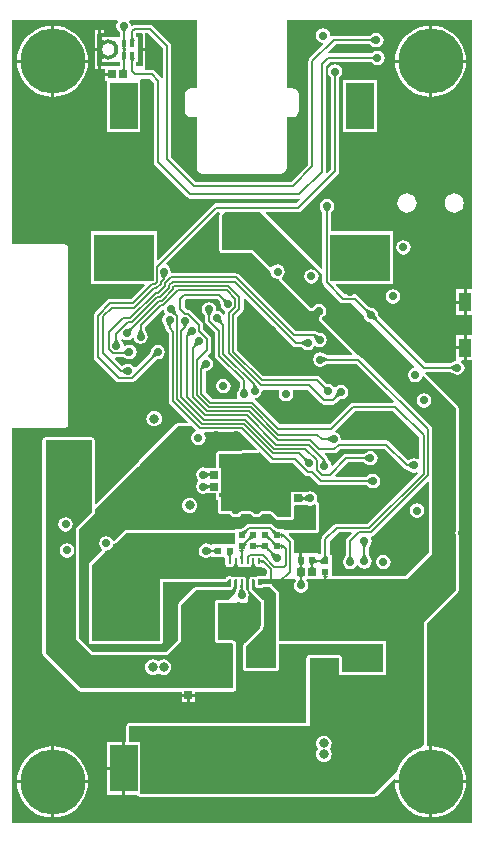
<source format=gbl>
G04*
G04 #@! TF.GenerationSoftware,Altium Limited,Altium Designer,18.1.7 (191)*
G04*
G04 Layer_Physical_Order=4*
G04 Layer_Color=16711680*
%FSLAX25Y25*%
%MOIN*%
G70*
G01*
G75*
%ADD13C,0.00600*%
%ADD19R,0.05709X0.05118*%
%ADD20R,0.02362X0.02165*%
%ADD24R,0.05118X0.07087*%
%ADD31R,0.02165X0.02362*%
%ADD35R,0.04134X0.06496*%
%ADD38R,0.02520X0.02520*%
%ADD40R,0.02520X0.02520*%
%ADD96C,0.00800*%
%ADD99C,0.21654*%
%ADD100C,0.02756*%
%ADD101C,0.02772*%
%ADD102C,0.03150*%
%ADD103C,0.01181*%
%ADD104R,0.01575X0.02362*%
%ADD105R,0.01181X0.11024*%
%ADD106R,0.20000X0.15590*%
%ADD107R,0.09213X0.15590*%
G04:AMPARAMS|DCode=108|XSize=9.84mil|YSize=19.68mil|CornerRadius=1.48mil|HoleSize=0mil|Usage=FLASHONLY|Rotation=0.000|XOffset=0mil|YOffset=0mil|HoleType=Round|Shape=RoundedRectangle|*
%AMROUNDEDRECTD108*
21,1,0.00984,0.01673,0,0,0.0*
21,1,0.00689,0.01968,0,0,0.0*
1,1,0.00295,0.00345,-0.00837*
1,1,0.00295,-0.00345,-0.00837*
1,1,0.00295,-0.00345,0.00837*
1,1,0.00295,0.00345,0.00837*
%
%ADD108ROUNDEDRECTD108*%
G04:AMPARAMS|DCode=109|XSize=78.74mil|YSize=35.43mil|CornerRadius=1.77mil|HoleSize=0mil|Usage=FLASHONLY|Rotation=0.000|XOffset=0mil|YOffset=0mil|HoleType=Round|Shape=RoundedRectangle|*
%AMROUNDEDRECTD109*
21,1,0.07874,0.03189,0,0,0.0*
21,1,0.07520,0.03543,0,0,0.0*
1,1,0.00354,0.03760,-0.01595*
1,1,0.00354,-0.03760,-0.01595*
1,1,0.00354,-0.03760,0.01595*
1,1,0.00354,0.03760,0.01595*
%
%ADD109ROUNDEDRECTD109*%
%ADD110R,0.05866X0.07165*%
G36*
X39867Y265604D02*
X39267Y265515D01*
X38556Y266604D01*
X40465Y266880D01*
X39867Y265604D01*
D02*
G37*
G36*
X43098Y262783D02*
X41547D01*
X41923Y263583D01*
X42723D01*
X43098Y262783D01*
D02*
G37*
G36*
X40167D02*
X38967D01*
X39267Y263383D01*
X39867D01*
X40167Y262783D01*
D02*
G37*
G36*
X122638Y262028D02*
X121477Y262592D01*
Y263392D01*
X122638Y263957D01*
Y262028D01*
D02*
G37*
G36*
X40060Y259842D02*
X40342Y259240D01*
X38791D01*
X39074Y259842D01*
X38791Y260445D01*
X40342D01*
X40060Y259842D01*
D02*
G37*
G36*
X42723Y256102D02*
X41923D01*
X41547Y256902D01*
X43098D01*
X42723Y256102D01*
D02*
G37*
G36*
X39967D02*
X39167D01*
X38791Y256902D01*
X40342D01*
X39967Y256102D01*
D02*
G37*
G36*
X40367Y252785D02*
X38767D01*
X39167Y253597D01*
X39967D01*
X40367Y252785D01*
D02*
G37*
G36*
X45669Y260343D02*
X46669D01*
Y265305D01*
X47539D01*
X52460Y260383D01*
Y250616D01*
X52059Y250460D01*
X51960Y250453D01*
X49855Y252559D01*
X49391Y252869D01*
X48845Y252977D01*
X48845Y252977D01*
X47023D01*
X46669Y253331D01*
Y259343D01*
X45669D01*
Y254331D01*
X43701D01*
Y255709D01*
X44291D01*
Y263976D01*
X43701D01*
Y265354D01*
X45669D01*
Y260343D01*
D02*
G37*
G36*
X155441Y179898D02*
X153787D01*
Y175650D01*
Y171402D01*
X155441D01*
Y164740D01*
X153787D01*
Y160492D01*
Y156244D01*
X155441D01*
X155441Y2039D01*
X2039Y2039D01*
Y133823D01*
X19882D01*
X20272Y133900D01*
X20603Y134122D01*
X20824Y134452D01*
X20901Y134842D01*
Y193898D01*
X20824Y194288D01*
X20603Y194618D01*
X20272Y194840D01*
X19882Y194917D01*
X2039D01*
Y269614D01*
X37177D01*
X37444Y269114D01*
X37130Y268644D01*
X36946Y267716D01*
X37130Y266788D01*
X37656Y266002D01*
X37791Y265911D01*
X38154Y265354D01*
X38189D01*
Y265301D01*
X38241Y265221D01*
Y264458D01*
X38237Y264420D01*
X38189Y263984D01*
Y263976D01*
X37016D01*
X33244Y263964D01*
X33232Y263976D01*
X32087D01*
Y262947D01*
X32839Y262876D01*
X33012Y261618D01*
X32087Y259921D01*
Y259764D01*
X33012Y258067D01*
X32839Y256809D01*
X32087Y256738D01*
Y255709D01*
X38189D01*
Y254331D01*
X31799D01*
Y253331D01*
X32890D01*
Y253331D01*
X33331Y253188D01*
Y252050D01*
X35591D01*
Y251050D01*
X33331D01*
Y249290D01*
X33764D01*
Y243307D01*
Y232189D01*
X44976D01*
Y243307D01*
D01*
Y249780D01*
Y249780D01*
X45334Y250122D01*
X48254D01*
X49547Y248830D01*
Y243307D01*
Y222243D01*
X49547Y222243D01*
X49655Y221697D01*
X49965Y221234D01*
X60615Y210583D01*
X60615Y210583D01*
X61079Y210273D01*
X61625Y210165D01*
X61625Y210165D01*
X97861D01*
X97861Y210165D01*
X97968Y210186D01*
X98215Y209725D01*
X97004Y208514D01*
X70143D01*
X70143Y208514D01*
X69597Y208405D01*
X69134Y208096D01*
X50832Y189794D01*
X50370Y189985D01*
Y199189D01*
X28370D01*
Y181598D01*
X46204D01*
X46395Y181137D01*
X41883Y176624D01*
X35024D01*
X34477Y176516D01*
X34014Y176206D01*
X34014Y176206D01*
X29790Y171982D01*
X29480Y171519D01*
X29372Y170973D01*
X29372Y170972D01*
Y157390D01*
X29372Y157390D01*
X29480Y156843D01*
X29790Y156380D01*
X36786Y149384D01*
X36786Y149384D01*
X37249Y149075D01*
X37795Y148966D01*
X39881D01*
X39960Y148951D01*
X39960Y148951D01*
X42110D01*
X42110Y148951D01*
X42656Y149059D01*
X43120Y149369D01*
X50125Y156374D01*
X50974Y156668D01*
X51715Y156815D01*
X52502Y157341D01*
X53027Y158127D01*
X53212Y159055D01*
X53027Y159983D01*
X52502Y160769D01*
X51715Y161295D01*
X50787Y161480D01*
X49860Y161295D01*
X49073Y160769D01*
X48547Y159983D01*
X48400Y159242D01*
X48107Y158393D01*
X43613Y153899D01*
X42987Y153980D01*
X42659Y154470D01*
X41873Y154996D01*
X40945Y155180D01*
X40017Y154996D01*
X39389Y154576D01*
X38980Y154377D01*
X36601Y156756D01*
X36792Y157218D01*
X39266D01*
X40286Y156898D01*
X40411Y156815D01*
X41339Y156631D01*
X42266Y156815D01*
X43053Y157341D01*
X43579Y158127D01*
X43763Y159055D01*
X43579Y159983D01*
X43053Y160769D01*
X42266Y161295D01*
X41339Y161480D01*
X40411Y161295D01*
X39915Y160964D01*
X39837Y160974D01*
X39394Y161217D01*
X39248Y161951D01*
X38828Y162580D01*
X38618Y163012D01*
X38684Y163140D01*
X39333Y163309D01*
X39623Y163114D01*
X40551Y162930D01*
X41479Y163114D01*
X42266Y163640D01*
X42785Y163517D01*
X42839Y163245D01*
X43364Y162459D01*
X44151Y161933D01*
X45079Y161749D01*
X46007Y161933D01*
X46793Y162459D01*
X47319Y163245D01*
X47503Y164173D01*
X47319Y165101D01*
X46899Y165729D01*
X46506Y166537D01*
Y167311D01*
X52223Y173028D01*
X52757Y172907D01*
X52878Y172300D01*
X53335Y171616D01*
X53010Y171399D01*
X52484Y170613D01*
X52300Y169685D01*
X52484Y168757D01*
X52904Y168129D01*
X53297Y167321D01*
Y166929D01*
X53297Y166929D01*
X53406Y166383D01*
X53715Y165920D01*
X54434Y165201D01*
Y142698D01*
X54434Y142698D01*
X54543Y142152D01*
X54852Y141689D01*
X60808Y135733D01*
X60616Y135272D01*
X57480D01*
X57090Y135194D01*
X56759Y134973D01*
X44639Y122853D01*
X44583Y122769D01*
X44512Y122698D01*
X44491Y122647D01*
X44094Y122052D01*
X43499Y121655D01*
X43448Y121634D01*
X43377Y121563D01*
X43293Y121507D01*
X30222Y108435D01*
X29760Y108627D01*
X29760Y129528D01*
X29682Y129918D01*
X29461Y130248D01*
X29130Y130470D01*
X28740Y130547D01*
X13386Y130547D01*
X12996Y130470D01*
X12665Y130248D01*
X12444Y129918D01*
X12366Y129527D01*
X12366Y58661D01*
X12444Y58271D01*
X12665Y57940D01*
X24476Y46129D01*
X24807Y45908D01*
X25197Y45831D01*
X58764D01*
Y45146D01*
X63283D01*
Y45831D01*
X75984D01*
X76374Y45908D01*
X76705Y46129D01*
X76926Y46460D01*
X77004Y46850D01*
Y61638D01*
X76926Y62028D01*
X76705Y62359D01*
X76272Y62792D01*
X75941Y63013D01*
X75551Y63090D01*
X70866D01*
Y63549D01*
Y67209D01*
Y75492D01*
X77181Y75492D01*
Y75528D01*
X77622Y75764D01*
X77828Y75626D01*
X78502Y75492D01*
D01*
X78756Y75442D01*
X79010Y75492D01*
X80118D01*
X80709Y76083D01*
Y76508D01*
X80996Y76938D01*
X81180Y77866D01*
X80996Y78794D01*
X80709Y79224D01*
Y79232D01*
X80692Y79249D01*
X80576Y79422D01*
X80183Y80230D01*
Y80540D01*
X80215Y81083D01*
X80270Y81360D01*
Y83034D01*
X80481Y83127D01*
X80324D01*
X80320Y83137D01*
X80276D01*
X80281Y83216D01*
X80062Y83659D01*
X79928Y83861D01*
X79548Y84114D01*
X79100Y84204D01*
X78411D01*
X77964Y84114D01*
X77772Y83986D01*
X77580Y84114D01*
X77132Y84204D01*
X76443D01*
X75995Y84114D01*
X75803Y83986D01*
X75611Y84114D01*
X75163Y84204D01*
X74474D01*
X74027Y84114D01*
X73647Y83861D01*
X73393Y83481D01*
X73390Y83465D01*
D01*
X73390Y83464D01*
X62993Y83464D01*
X59366Y83464D01*
D01*
X51657Y83464D01*
Y82843D01*
X51652Y82835D01*
X51575Y82445D01*
X51575Y62598D01*
X51116D01*
D01*
X50370D01*
X28740Y62598D01*
Y79661D01*
Y87695D01*
Y87795D01*
X28811Y87866D01*
X33017Y92072D01*
X33046Y92115D01*
X33085Y92147D01*
X33155Y92279D01*
X33238Y92403D01*
X33332Y92553D01*
X33613Y92814D01*
X33795Y92850D01*
X34541Y92998D01*
X35003Y93307D01*
X35328Y93524D01*
X35853Y94311D01*
X36018Y95140D01*
X36077Y95178D01*
X36202Y95171D01*
X36324Y95147D01*
X36398Y95162D01*
X36474Y95158D01*
X36592Y95200D01*
X36714Y95225D01*
X36777Y95267D01*
X36849Y95292D01*
X36941Y95376D01*
X37045Y95446D01*
X40186Y98587D01*
X76559D01*
Y94948D01*
X68882D01*
Y94823D01*
X68583Y94635D01*
X68382Y94597D01*
X67768Y95007D01*
X66840Y95192D01*
X65913Y95007D01*
X65126Y94481D01*
X64600Y93695D01*
X64446Y92921D01*
X64416Y92767D01*
X64600Y91839D01*
X65126Y91053D01*
X65913Y90527D01*
X66840Y90342D01*
X67768Y90527D01*
X68382Y90937D01*
X68583Y90899D01*
X68882Y90711D01*
Y90586D01*
X72983D01*
X73313Y90086D01*
X73304Y90041D01*
Y89885D01*
Y88368D01*
X73393Y87920D01*
X73647Y87541D01*
X74027Y87287D01*
X74474Y87198D01*
X75163D01*
X75611Y87287D01*
X75991Y87541D01*
X76125Y87742D01*
X76344Y88185D01*
X76339Y88264D01*
X76383D01*
X76387Y88274D01*
X77187D01*
X77192Y88264D01*
X77236D01*
X77231Y88185D01*
X77449Y87742D01*
X77584Y87541D01*
X77964Y87287D01*
X78411Y87198D01*
X79100D01*
X79548Y87287D01*
X79740Y87415D01*
X79932Y87287D01*
X80380Y87198D01*
X81069D01*
X81517Y87287D01*
X81896Y87541D01*
X82031Y87742D01*
X82249Y88185D01*
X82245Y88264D01*
X82288D01*
X82293Y88274D01*
X83093D01*
X83098Y88264D01*
X83141D01*
X83137Y88185D01*
X83355Y87742D01*
X83490Y87541D01*
X83869Y87287D01*
X84317Y87198D01*
X85006D01*
X85454Y87287D01*
X85576Y87369D01*
X86961Y85984D01*
Y84484D01*
X86776D01*
X86677Y84465D01*
X86576Y84464D01*
X86564Y84459D01*
X85843Y84316D01*
X85120Y84460D01*
X85108Y84465D01*
X85008Y84465D01*
X84909Y84484D01*
X84529D01*
X84494Y84477D01*
X84459Y84482D01*
X84300Y84439D01*
X84139Y84407D01*
X84109Y84387D01*
X84075Y84378D01*
X83945Y84277D01*
X83808Y84185D01*
X83485Y84114D01*
X83037Y84204D01*
X82348D01*
X81901Y84114D01*
X81521Y83861D01*
X81386Y83659D01*
X81168Y83216D01*
X81173Y83137D01*
X81129D01*
X81124Y83127D01*
X80855D01*
X81178Y82783D01*
Y81360D01*
X81189Y81307D01*
X81185Y81288D01*
Y81187D01*
X81165Y81089D01*
Y80118D01*
X81243Y79728D01*
X81464Y79397D01*
X84867Y75994D01*
X84885Y75905D01*
X85106Y75574D01*
X85217Y75500D01*
Y68004D01*
X85106Y67930D01*
X84885Y67599D01*
X84807Y67209D01*
Y67056D01*
X84460Y66709D01*
D01*
X79912Y62161D01*
X79551D01*
Y61800D01*
X79496Y61745D01*
X79275Y61414D01*
X79197Y61024D01*
Y53642D01*
X79275Y53251D01*
X79496Y52921D01*
X79826Y52700D01*
X80216Y52622D01*
X90158Y52622D01*
X90548Y52700D01*
X90878Y52921D01*
X91100Y53251D01*
X91177Y53642D01*
Y61579D01*
X125949D01*
Y52201D01*
X112240D01*
Y57087D01*
X112162Y57477D01*
X111941Y57808D01*
X111611Y58029D01*
X111221Y58106D01*
X109279D01*
X109259Y58109D01*
X109239Y58106D01*
X105342D01*
X105322Y58109D01*
X105303Y58106D01*
X101378D01*
X100988Y58029D01*
X100657Y57808D01*
X100436Y57477D01*
X100358Y57087D01*
Y35468D01*
X41339Y35468D01*
X40948Y35391D01*
X40618Y35170D01*
X40397Y34839D01*
X40319Y34449D01*
Y29071D01*
X39870D01*
Y20276D01*
Y11480D01*
X44023D01*
X44034Y11421D01*
X44255Y11090D01*
X44586Y10869D01*
X44976Y10791D01*
X123031D01*
X123422Y10869D01*
X123752Y11090D01*
X129483Y16820D01*
X129937Y16611D01*
X129908Y16248D01*
X141232D01*
Y27572D01*
X140715Y27531D01*
X140361Y28005D01*
X140390Y28150D01*
Y68475D01*
X150768Y78853D01*
X150989Y79184D01*
X151066Y79574D01*
Y98271D01*
X151047Y98369D01*
Y98470D01*
X150977Y98819D01*
X151047Y99168D01*
Y99269D01*
X151066Y99367D01*
Y140429D01*
X150989Y140820D01*
X150768Y141150D01*
X140188Y151730D01*
X140064Y151813D01*
X139995Y151869D01*
X140005Y152066D01*
X140093Y152310D01*
X140122Y152369D01*
X148281D01*
X149089Y151977D01*
X149717Y151557D01*
X150645Y151372D01*
X151573Y151557D01*
X152360Y152082D01*
X152885Y152869D01*
X153070Y153797D01*
X152885Y154724D01*
X152360Y155511D01*
X152011Y155744D01*
X152163Y156244D01*
X152787D01*
Y159992D01*
X150220D01*
Y156646D01*
X150220Y156244D01*
X149799Y156053D01*
X149717Y156037D01*
X149089Y155617D01*
X148281Y155224D01*
X140146D01*
X124615Y170755D01*
X124321Y171604D01*
X124174Y172345D01*
X123648Y173132D01*
X122862Y173657D01*
X122120Y173805D01*
X121272Y174098D01*
X117605Y177765D01*
X117141Y178075D01*
X116595Y178183D01*
X116595Y178183D01*
X113130D01*
X110177Y181137D01*
X110368Y181598D01*
X129110D01*
Y199189D01*
X108538D01*
Y205297D01*
X108907Y206036D01*
X109384Y206749D01*
X109568Y207677D01*
X109384Y208605D01*
X108858Y209392D01*
X108072Y209917D01*
X107144Y210102D01*
X106216Y209917D01*
X105429Y209392D01*
X104904Y208605D01*
X104719Y207677D01*
X104904Y206749D01*
X105275Y206194D01*
X105683Y205330D01*
Y186889D01*
X105221Y186697D01*
X86721Y205197D01*
X86912Y205659D01*
X97595D01*
X97595Y205659D01*
X98141Y205768D01*
X98604Y206077D01*
X110852Y218325D01*
X110852Y218325D01*
X111161Y218788D01*
X111270Y219334D01*
X111270Y219334D01*
Y250594D01*
X111557Y250785D01*
X112083Y251572D01*
X112267Y252500D01*
X112083Y253428D01*
X111557Y254214D01*
X110770Y254740D01*
X109843Y254924D01*
X108915Y254740D01*
X108128Y254214D01*
X107603Y253428D01*
X107418Y252500D01*
X107603Y251572D01*
X108128Y250785D01*
X108415Y250594D01*
Y219926D01*
X107296Y218807D01*
X106835Y219053D01*
X106857Y219161D01*
X106857Y219161D01*
Y254445D01*
X108072Y255659D01*
X122110D01*
X122301Y255372D01*
X123088Y254847D01*
X124016Y254662D01*
X124944Y254847D01*
X125730Y255372D01*
X126256Y256159D01*
X126440Y257087D01*
X126256Y258014D01*
X125730Y258801D01*
X124944Y259327D01*
X124016Y259511D01*
X123088Y259327D01*
X122301Y258801D01*
X122110Y258514D01*
X107697D01*
X107489Y259014D01*
X110040Y261565D01*
X121258D01*
X122066Y261172D01*
X122694Y260752D01*
X123622Y260568D01*
X124550Y260752D01*
X125337Y261278D01*
X125862Y262064D01*
X126047Y262992D01*
X125862Y263920D01*
X125337Y264706D01*
X124550Y265232D01*
X123622Y265417D01*
X122694Y265232D01*
X122066Y264812D01*
X121258Y264420D01*
X109449D01*
X109449Y264420D01*
X108903Y264311D01*
X108747Y264207D01*
X108289Y264469D01*
X108104Y265396D01*
X107579Y266183D01*
X106792Y266708D01*
X105864Y266893D01*
X104937Y266708D01*
X104150Y266183D01*
X103624Y265396D01*
X103440Y264469D01*
X103624Y263541D01*
X104150Y262754D01*
X104937Y262228D01*
X105790Y262059D01*
X106047Y261609D01*
X101353Y256915D01*
X101043Y256452D01*
X100935Y255906D01*
X100935Y255906D01*
Y221457D01*
X95324Y215847D01*
X63337D01*
X55315Y223869D01*
Y243307D01*
Y260974D01*
X55315Y260974D01*
X55207Y261521D01*
X54897Y261984D01*
X54897Y261984D01*
X49139Y267742D01*
X48676Y268051D01*
X48130Y268160D01*
X48130Y268160D01*
X43169D01*
X43169Y268160D01*
X42623Y268051D01*
X42283Y267824D01*
X41888Y267920D01*
X41734Y268022D01*
X41610Y268644D01*
X41295Y269114D01*
X41563Y269614D01*
X63725D01*
Y268504D01*
Y246921D01*
X61827D01*
X61046Y246766D01*
X60385Y246324D01*
X59943Y245662D01*
X59788Y244882D01*
Y243307D01*
Y239370D01*
X59943Y238590D01*
X60385Y237928D01*
X61046Y237486D01*
X61827Y237331D01*
X63725D01*
Y220473D01*
X63880Y219692D01*
X64322Y219031D01*
X64983Y218589D01*
X65764Y218433D01*
X91748D01*
X92528Y218589D01*
X93190Y219031D01*
X93632Y219692D01*
X93787Y220473D01*
Y237331D01*
X95685D01*
X96465Y237486D01*
X97127Y237928D01*
X97569Y238590D01*
X97724Y239370D01*
Y244882D01*
X97569Y245662D01*
X97127Y246324D01*
X96465Y246766D01*
X95685Y246921D01*
X93787D01*
Y269614D01*
X155441D01*
X155441Y179898D01*
D02*
G37*
G36*
X108084Y206670D02*
X107510Y205522D01*
X106710Y205542D01*
X106156Y206717D01*
X108084Y206670D01*
D02*
G37*
G36*
X53156Y183681D02*
X52356D01*
X51791Y184843D01*
X53720D01*
X53156Y183681D01*
D02*
G37*
G36*
X74237Y176378D02*
X72873Y175014D01*
X72451Y176234D01*
X73016Y176800D01*
X74237Y176378D01*
D02*
G37*
G36*
X121920Y172795D02*
X120556Y171431D01*
X120134Y172652D01*
X120700Y173217D01*
X121920Y172795D01*
D02*
G37*
G36*
X56918Y171994D02*
X56353Y171428D01*
X55132Y171850D01*
X56496Y173214D01*
X56918Y171994D01*
D02*
G37*
G36*
X71570Y175662D02*
X71863Y174813D01*
X72010Y174072D01*
X72536Y173286D01*
X73323Y172760D01*
X73242Y172512D01*
X73204Y172456D01*
X73096Y171910D01*
X73096Y171910D01*
Y171530D01*
X72596Y171378D01*
X72187Y171990D01*
X71400Y172516D01*
X70473Y172700D01*
X70273Y172900D01*
X70338Y173228D01*
X70153Y174156D01*
X69628Y174943D01*
X68841Y175468D01*
X67913Y175653D01*
X66986Y175468D01*
X66199Y174943D01*
X65673Y174156D01*
X65489Y173228D01*
X65673Y172301D01*
X66093Y171672D01*
X66486Y170864D01*
Y169472D01*
X66486Y169472D01*
X66595Y168925D01*
X66904Y168462D01*
X69813Y165554D01*
Y157838D01*
X69813Y157838D01*
X69921Y157291D01*
X70231Y156828D01*
X78100Y148959D01*
Y147246D01*
X77707Y146438D01*
X77288Y145810D01*
X77103Y144882D01*
X77277Y144005D01*
X77250Y143865D01*
X77058Y143505D01*
X68953D01*
X66782Y145676D01*
Y152211D01*
X66840Y152694D01*
X67768Y152878D01*
X68555Y153404D01*
X69080Y154190D01*
X69265Y155118D01*
X69080Y156046D01*
X68555Y156833D01*
X67768Y157358D01*
X67528Y157406D01*
X67383Y157884D01*
X68094Y158595D01*
X68094Y158595D01*
X68403Y159058D01*
X68512Y159604D01*
Y163444D01*
X68512Y163444D01*
X68403Y163990D01*
X68094Y164453D01*
X66010Y166537D01*
Y167914D01*
X66010Y167914D01*
X65901Y168460D01*
X65592Y168923D01*
X65592Y168923D01*
X61837Y172678D01*
X61374Y172988D01*
X60827Y173096D01*
X60827Y173096D01*
X60550D01*
X59711Y173936D01*
Y176196D01*
X60040Y176525D01*
X70706D01*
X71570Y175662D01*
D02*
G37*
G36*
X68313Y171083D02*
X67513D01*
X66949Y172244D01*
X68878D01*
X68313Y171083D01*
D02*
G37*
G36*
X123734Y170183D02*
X123168Y169617D01*
X121948Y170039D01*
X123312Y171404D01*
X123734Y170183D01*
D02*
G37*
G36*
X72272Y169041D02*
X71707Y168476D01*
X70486Y168898D01*
X71850Y170262D01*
X72272Y169041D01*
D02*
G37*
G36*
X55124Y167540D02*
X54324D01*
X53760Y168701D01*
X55689D01*
X55124Y167540D01*
D02*
G37*
G36*
X60242Y167322D02*
X59442D01*
X59152Y168098D01*
X60532D01*
X60242Y167322D01*
D02*
G37*
G36*
X42351Y166588D02*
X41929Y165368D01*
X40565Y166732D01*
X41785Y167154D01*
X42351Y166588D01*
D02*
G37*
G36*
X46043Y165157D02*
X44114D01*
X44679Y166319D01*
X45479D01*
X46043Y165157D01*
D02*
G37*
G36*
X62191Y164764D02*
X60971Y164342D01*
X60405Y164908D01*
X60827Y166128D01*
X62191Y164764D01*
D02*
G37*
G36*
X104711Y164370D02*
X103347Y163006D01*
X102925Y164226D01*
X103490Y164792D01*
X104711Y164370D01*
D02*
G37*
G36*
X37972Y162008D02*
X36043D01*
X36608Y163169D01*
X37408D01*
X37972Y162008D01*
D02*
G37*
G36*
X99803Y161060D02*
X98642Y161624D01*
Y162424D01*
X99803Y162989D01*
Y161060D01*
D02*
G37*
G36*
X64553Y161221D02*
X63333Y160799D01*
X62767Y161364D01*
X63189Y162585D01*
X64553Y161221D01*
D02*
G37*
G36*
X71200Y205575D02*
X71422Y205159D01*
X71393Y205115D01*
X71315Y204724D01*
Y192913D01*
X71393Y192523D01*
X71614Y192192D01*
X71944Y191971D01*
X72335Y191894D01*
X79740D01*
X82191Y191894D01*
X87614Y186470D01*
X87656Y186442D01*
X87688Y186403D01*
X87820Y186333D01*
X87945Y186249D01*
X88111Y186117D01*
X88323Y185827D01*
X88508Y184899D01*
X89034Y184112D01*
X89820Y183587D01*
X90748Y183402D01*
X91039Y183190D01*
X91171Y183024D01*
X91254Y182899D01*
X91325Y182767D01*
X91364Y182735D01*
X91392Y182693D01*
X101139Y172945D01*
X101229Y172885D01*
X101307Y172810D01*
X101393Y172776D01*
X101470Y172724D01*
X101576Y172703D01*
X101677Y172663D01*
X101769Y172665D01*
X101860Y172647D01*
X101966Y172668D01*
X102075Y172670D01*
X102656Y172795D01*
X102832Y172871D01*
X103009Y172944D01*
X103014Y172949D01*
X103022Y172953D01*
X103155Y173090D01*
X103290Y173225D01*
X103582Y173662D01*
X104034Y173964D01*
X104567Y174070D01*
X105100Y173964D01*
X105552Y173662D01*
X105854Y173210D01*
X105960Y172677D01*
X105854Y172144D01*
X105552Y171692D01*
X105115Y171400D01*
X104980Y171265D01*
X104842Y171132D01*
X104839Y171124D01*
X104833Y171119D01*
X104760Y170942D01*
X104684Y170767D01*
X104559Y170185D01*
X104558Y170077D01*
X104537Y169970D01*
X104555Y169879D01*
X104553Y169787D01*
X104593Y169686D01*
X104614Y169580D01*
X104666Y169503D01*
X104700Y169417D01*
X104775Y169339D01*
X104835Y169249D01*
X115699Y158385D01*
X115508Y157923D01*
X107307D01*
X106499Y158316D01*
X105870Y158736D01*
X104943Y158921D01*
X104015Y158736D01*
X103228Y158211D01*
X102703Y157424D01*
X102518Y156496D01*
X102703Y155568D01*
X103228Y154782D01*
X104015Y154256D01*
X104943Y154071D01*
X105870Y154256D01*
X106499Y154676D01*
X107307Y155069D01*
X116928D01*
X129430Y142567D01*
X129239Y142105D01*
X115874D01*
X115874Y142105D01*
X115328Y141996D01*
X114865Y141686D01*
X114865Y141686D01*
X108070Y134892D01*
X91514D01*
X83319Y143087D01*
X83214Y143157D01*
X83319Y143688D01*
X83999Y143823D01*
X84785Y144349D01*
X85311Y145135D01*
X85495Y146063D01*
X85484Y146119D01*
X85801Y146506D01*
X91067D01*
X91303Y146065D01*
X91225Y145948D01*
X91040Y145020D01*
X91225Y144092D01*
X91750Y143305D01*
X92537Y142780D01*
X93465Y142595D01*
X94392Y142780D01*
X95179Y143305D01*
X95705Y144092D01*
X95889Y145020D01*
X95705Y145948D01*
X95626Y146065D01*
X95862Y146506D01*
X100688D01*
X105290Y141904D01*
X105290Y141904D01*
X105753Y141595D01*
X106299Y141486D01*
X109055D01*
X109055Y141486D01*
X109601Y141595D01*
X110064Y141904D01*
X111149Y142988D01*
X111998Y143282D01*
X112739Y143429D01*
X113525Y143955D01*
X114051Y144741D01*
X114236Y145669D01*
X114051Y146597D01*
X113525Y147384D01*
X112739Y147909D01*
X111811Y148094D01*
X110883Y147909D01*
X110097Y147384D01*
X110078Y147356D01*
X109476D01*
X109195Y147777D01*
X108408Y148303D01*
X107480Y148487D01*
X107142Y148420D01*
X104946Y150616D01*
X104483Y150925D01*
X103937Y151034D01*
X103937Y151034D01*
X86002D01*
X77350Y159685D01*
Y170738D01*
X79038Y172426D01*
X79038Y172426D01*
X79347Y172889D01*
X79456Y173435D01*
X79456Y173435D01*
Y176699D01*
X79956Y176907D01*
X95847Y161015D01*
X96311Y160706D01*
X96857Y160597D01*
X96857Y160597D01*
X98423D01*
X99231Y160204D01*
X99860Y159784D01*
X100787Y159600D01*
X101715Y159784D01*
X102502Y160310D01*
X103027Y161097D01*
X103184Y161161D01*
X103797Y160752D01*
X104724Y160568D01*
X105652Y160752D01*
X106439Y161278D01*
X106964Y162064D01*
X107149Y162992D01*
X106964Y163920D01*
X106439Y164707D01*
X105652Y165232D01*
X104911Y165380D01*
X103963Y165708D01*
X103696Y165886D01*
X103150Y165994D01*
X103150Y165994D01*
X96885D01*
X77968Y184912D01*
X77505Y185221D01*
X76959Y185330D01*
X76959Y185330D01*
X55591D01*
X55181Y185827D01*
X54996Y186755D01*
X54470Y187541D01*
X53783Y188001D01*
X53625Y188549D01*
X70695Y205620D01*
X71200Y205575D01*
D02*
G37*
G36*
X40686Y157842D02*
X39397Y158246D01*
X39134Y159046D01*
X40112Y159684D01*
X40686Y157842D01*
D02*
G37*
G36*
X50774Y157677D02*
X49553Y157255D01*
X48987Y157821D01*
X49409Y159041D01*
X50774Y157677D01*
D02*
G37*
G36*
X107088Y156896D02*
Y156096D01*
X105927Y155532D01*
Y157461D01*
X107088Y156896D01*
D02*
G37*
G36*
X66667Y153751D02*
X65637Y153349D01*
X65071Y153915D01*
X65473Y154945D01*
X66667Y153751D01*
D02*
G37*
G36*
X149661Y152832D02*
X148500Y153397D01*
Y154197D01*
X149661Y154761D01*
Y152832D01*
D02*
G37*
G36*
X39961Y151791D02*
X38800Y152356D01*
Y153156D01*
X39961Y153720D01*
Y151791D01*
D02*
G37*
G36*
X83707Y147285D02*
X82434D01*
X82671Y147987D01*
X83471D01*
X83707Y147285D01*
D02*
G37*
G36*
X80492Y145866D02*
X78563D01*
X79128Y147027D01*
X79928D01*
X80492Y145866D01*
D02*
G37*
G36*
X111797Y144291D02*
X110577Y143869D01*
X110011Y144435D01*
X110433Y145656D01*
X111797Y144291D01*
D02*
G37*
G36*
X108465Y128957D02*
X107303Y129521D01*
Y130321D01*
X108465Y130886D01*
Y128957D01*
D02*
G37*
G36*
X137943Y130637D02*
Y123570D01*
X137443Y123303D01*
X137148Y123500D01*
X136221Y123684D01*
X135293Y123500D01*
X134664Y123080D01*
X134263Y122885D01*
X127967Y129181D01*
X127504Y129490D01*
X126958Y129599D01*
X126958Y129599D01*
X112138D01*
X111873Y129921D01*
X111689Y130849D01*
X111163Y131636D01*
X110377Y132161D01*
X110133Y132210D01*
X109968Y132752D01*
X116465Y139250D01*
X129330D01*
X137943Y130637D01*
D02*
G37*
G36*
X120669Y122658D02*
X119508Y123222D01*
Y124022D01*
X120669Y124587D01*
Y122658D01*
D02*
G37*
G36*
X106850Y122346D02*
X105512D01*
X105781Y123093D01*
X106581D01*
X106850Y122346D01*
D02*
G37*
G36*
X101167Y123425D02*
X99803Y122061D01*
X99381Y123281D01*
X99947Y123847D01*
X101167Y123425D01*
D02*
G37*
G36*
X132860Y120250D02*
X132860Y120250D01*
X133323Y119941D01*
X133847Y119837D01*
X134664Y119440D01*
X135293Y119020D01*
X136221Y118835D01*
X137148Y119020D01*
X137184Y119044D01*
X137503Y118655D01*
X120669Y101821D01*
X110455D01*
X109909Y101713D01*
X109446Y101403D01*
X109446Y101403D01*
X105684Y97641D01*
X105374Y97178D01*
X105265Y96631D01*
X105265Y96631D01*
Y91852D01*
X104970Y91555D01*
X104396Y91657D01*
X104347Y91786D01*
Y91945D01*
X99024D01*
Y89764D01*
X98024D01*
Y91945D01*
X96441D01*
X96213Y92351D01*
Y95765D01*
X96213Y95766D01*
X96105Y96312D01*
X95795Y96775D01*
X95795Y96775D01*
X94445Y98125D01*
X94636Y98587D01*
X101673D01*
X101771Y98606D01*
X101872D01*
X102362Y98704D01*
X102853Y98606D01*
X102953D01*
X103052Y98587D01*
X103543D01*
X103934Y98664D01*
X104264Y98885D01*
X104485Y99216D01*
X104563Y99606D01*
Y108090D01*
X104534Y108237D01*
X104519Y108386D01*
X104495Y108431D01*
X104485Y108480D01*
X104402Y108605D01*
X104332Y108737D01*
X104292Y108769D01*
X104264Y108811D01*
X104140Y108894D01*
X104024Y108989D01*
X103875Y109069D01*
X103815Y109308D01*
X103999Y110236D01*
X103815Y111164D01*
X103289Y111951D01*
X102503Y112476D01*
X101575Y112661D01*
X100647Y112476D01*
X100240Y112204D01*
X99740Y112471D01*
Y112496D01*
X95221D01*
Y108272D01*
X95221Y107976D01*
X95221D01*
X95221Y107772D01*
X95221D01*
X95221Y107476D01*
Y103937D01*
X90804Y103937D01*
X90733Y104008D01*
D01*
X89135Y105607D01*
X89135Y105607D01*
X88804Y105828D01*
X88414Y105905D01*
X85587D01*
X85488Y105886D01*
X85388D01*
X85295Y105848D01*
X85196Y105828D01*
X85113Y105772D01*
X85020Y105734D01*
X84949Y105663D01*
X84865Y105607D01*
X84810Y105523D01*
X84739Y105452D01*
X84646Y105314D01*
X84194Y105012D01*
X83661Y104906D01*
X83128Y105012D01*
X82676Y105314D01*
X82584Y105452D01*
X82513Y105523D01*
X82457Y105607D01*
X82374Y105663D01*
X82303Y105734D01*
X82210Y105772D01*
X82126Y105828D01*
X82028Y105848D01*
X81935Y105886D01*
X81835D01*
X81736Y105905D01*
X80245D01*
X78697D01*
X78598Y105886D01*
X78498D01*
X78405Y105848D01*
X78307Y105828D01*
X78223Y105772D01*
X78130Y105734D01*
X78059Y105663D01*
X77976Y105607D01*
X77920Y105523D01*
X77849Y105452D01*
X77757Y105314D01*
X77305Y105012D01*
X76772Y104906D01*
X76239Y105012D01*
X75787Y105314D01*
X75694Y105452D01*
X75623Y105523D01*
X75611Y105542D01*
X75546Y105905D01*
X72363D01*
X71905Y106008D01*
Y110528D01*
X71260D01*
Y110628D01*
Y111913D01*
X71905D01*
Y116433D01*
X71905D01*
Y120370D01*
X71260D01*
Y124945D01*
X79031D01*
Y125173D01*
D01*
Y125197D01*
X83619D01*
X84010Y125275D01*
X84340Y125496D01*
X84962Y125527D01*
X85292Y125197D01*
X88090Y122399D01*
X88553Y122090D01*
X89099Y121981D01*
X89099Y121981D01*
X95865D01*
X99778Y118069D01*
X99778Y118069D01*
X100241Y117759D01*
X100787Y117651D01*
X101591D01*
X104215Y115026D01*
X104678Y114717D01*
X105224Y114608D01*
X105225Y114608D01*
X120183D01*
X120991Y114215D01*
X121619Y113795D01*
X122547Y113611D01*
X123475Y113795D01*
X124262Y114321D01*
X124787Y115108D01*
X124972Y116035D01*
X124787Y116963D01*
X124262Y117750D01*
X123475Y118275D01*
X122547Y118460D01*
X121619Y118275D01*
X120991Y117856D01*
X120183Y117463D01*
X110118D01*
X109926Y117925D01*
X114196Y122195D01*
X119290D01*
X120097Y121802D01*
X120726Y121382D01*
X121653Y121197D01*
X122581Y121382D01*
X123368Y121908D01*
X123893Y122694D01*
X124078Y123622D01*
X123893Y124550D01*
X123368Y125336D01*
X122581Y125862D01*
X121653Y126047D01*
X120726Y125862D01*
X120097Y125442D01*
X119290Y125049D01*
X113605D01*
X113605Y125049D01*
X113058Y124941D01*
X112595Y124631D01*
X112595Y124631D01*
X109069Y121105D01*
X108571Y121314D01*
X108421Y122070D01*
X107896Y122856D01*
X107704Y122984D01*
X107540Y123439D01*
X107539Y123440D01*
X107500Y123639D01*
X107191Y124102D01*
X107190Y124102D01*
X106411Y124882D01*
X106602Y125344D01*
X109662D01*
X109662Y125344D01*
X110208Y125453D01*
X110671Y125762D01*
X111653Y126744D01*
X126367D01*
X132860Y120250D01*
D02*
G37*
G36*
X63449Y133092D02*
X63294Y132540D01*
X62613Y132086D01*
X62088Y131299D01*
X61903Y130371D01*
X62088Y129444D01*
X62613Y128657D01*
X63400Y128131D01*
X64328Y127947D01*
X65256Y128131D01*
X66042Y128657D01*
X66568Y129444D01*
X66752Y130371D01*
X66568Y131299D01*
X66267Y131750D01*
X66534Y132250D01*
X78239D01*
X83811Y126678D01*
X83619Y126216D01*
X79031D01*
X78641Y126139D01*
X78380Y125964D01*
X71260D01*
X70870Y125887D01*
X70803Y125842D01*
X70575D01*
Y125690D01*
X70539Y125666D01*
X70318Y125335D01*
X70240Y124945D01*
Y120370D01*
X67386D01*
Y120370D01*
X67084Y120209D01*
X66873Y120350D01*
X65945Y120535D01*
X65017Y120350D01*
X64231Y119825D01*
X63705Y119038D01*
X63520Y118110D01*
X63705Y117182D01*
X64231Y116396D01*
X64237Y116392D01*
Y115892D01*
X64231Y115888D01*
X63705Y115101D01*
X63520Y114173D01*
X63705Y113245D01*
X64231Y112459D01*
X65017Y111933D01*
X65945Y111749D01*
X66873Y111933D01*
X67084Y112075D01*
X67386Y111913D01*
Y111913D01*
X70240D01*
Y110528D01*
X70318Y110137D01*
X70539Y109807D01*
X70870Y109586D01*
X70886Y109582D01*
Y106008D01*
X70903Y105921D01*
X70901Y105833D01*
X70942Y105728D01*
X70964Y105618D01*
X71013Y105544D01*
X71044Y105462D01*
X71122Y105380D01*
X71185Y105287D01*
X71258Y105238D01*
X71319Y105174D01*
X71422Y105128D01*
X71515Y105066D01*
X71602Y105049D01*
X71683Y105013D01*
X72141Y104911D01*
X72253Y104908D01*
X72363Y104886D01*
X74847D01*
X75052Y104579D01*
X75841Y104052D01*
X76772Y103867D01*
X77703Y104052D01*
X78492Y104579D01*
X78697Y104886D01*
X81736D01*
X81941Y104579D01*
X82731Y104052D01*
X83661Y103867D01*
X84592Y104052D01*
X85382Y104579D01*
X85587Y104886D01*
X88414D01*
X90083Y103216D01*
X90414Y102995D01*
X90804Y102917D01*
X95221Y102917D01*
X95611Y102995D01*
X95941Y103216D01*
X95965Y103252D01*
X96118D01*
Y103481D01*
X96162Y103547D01*
X96240Y103937D01*
Y107476D01*
X96612Y107924D01*
X96740Y107976D01*
X99740D01*
Y108001D01*
X100240Y108268D01*
X100647Y107996D01*
X101575Y107812D01*
X102503Y107996D01*
X103043Y108358D01*
X103543Y108090D01*
Y99606D01*
X103052D01*
X102362Y99743D01*
X101673Y99606D01*
X92732D01*
Y100016D01*
X90848D01*
X90110Y100393D01*
X89100Y101403D01*
X88637Y101713D01*
X88091Y101821D01*
X88090Y101821D01*
X81201D01*
X80655Y101713D01*
X80191Y101403D01*
X80191Y101403D01*
X79181Y100393D01*
X78443Y100016D01*
X76559D01*
Y99606D01*
X39764D01*
X36324Y96167D01*
X35758Y96308D01*
X35328Y96953D01*
X34541Y97478D01*
X33613Y97663D01*
X32685Y97478D01*
X31899Y96953D01*
X31373Y96166D01*
X31189Y95239D01*
X31373Y94311D01*
X31899Y93524D01*
X32247Y93291D01*
X32296Y92794D01*
X28019Y88516D01*
X27798Y88186D01*
X27721Y87795D01*
Y62598D01*
X27798Y62208D01*
X28019Y61878D01*
X28350Y61656D01*
X28740Y61579D01*
X51575Y61579D01*
X51965Y61656D01*
X52296Y61877D01*
X52517Y62208D01*
X52594Y62598D01*
X52594Y82445D01*
X73390Y82445D01*
X73488Y82464D01*
X73589Y82464D01*
X73682Y82503D01*
X73780Y82523D01*
X73864Y82578D01*
X73956Y82617D01*
X74017Y82677D01*
X74213D01*
Y82873D01*
X74238Y82898D01*
X74251Y82929D01*
X74382Y83126D01*
X74424Y83154D01*
X74575Y83184D01*
X74793D01*
X75273Y83034D01*
Y81360D01*
X75283Y81309D01*
X75147Y81106D01*
X75136Y81095D01*
X75098Y81002D01*
X75042Y80919D01*
X75041Y80912D01*
X74774Y80646D01*
X63484Y80646D01*
X63094Y80568D01*
X62763Y80347D01*
X57940Y75524D01*
X57719Y75193D01*
X57642Y74803D01*
Y63021D01*
X53515Y58894D01*
X29327D01*
X24642Y63579D01*
Y99971D01*
X29461Y104791D01*
X29682Y105122D01*
X29760Y105512D01*
Y106531D01*
X44014Y120786D01*
X44042Y120791D01*
X44829Y121317D01*
X45354Y122104D01*
X45360Y122132D01*
X57480Y134252D01*
X62289D01*
X63449Y133092D01*
D02*
G37*
G36*
X135236Y120295D02*
X134075Y120860D01*
Y121660D01*
X135236Y122224D01*
Y120295D01*
D02*
G37*
G36*
X67842Y118631D02*
X68410Y118910D01*
Y117310D01*
X67842Y117590D01*
X66929Y117146D01*
Y119075D01*
X67842Y118631D01*
D02*
G37*
G36*
X121563Y115071D02*
X120402Y115635D01*
Y116435D01*
X121563Y117000D01*
Y115071D01*
D02*
G37*
G36*
X67841Y114695D02*
X68398Y114973D01*
Y113373D01*
X67841Y113652D01*
X66929Y113209D01*
Y115138D01*
X67841Y114695D01*
D02*
G37*
G36*
X100591Y109272D02*
X99480Y109812D01*
X98728Y109436D01*
Y111036D01*
X99480Y110661D01*
X100591Y111201D01*
Y109272D01*
D02*
G37*
G36*
X90612Y98992D02*
X89394Y97971D01*
X88816Y99102D01*
X89481Y99569D01*
X90612Y98992D01*
D02*
G37*
G36*
X80475Y99102D02*
X79897Y97971D01*
X78680Y98992D01*
X79811Y99569D01*
X80475Y99102D01*
D02*
G37*
G36*
X92520Y98333D02*
Y97533D01*
X91708Y97133D01*
Y98733D01*
X92520Y98333D01*
D02*
G37*
G36*
X88349Y96961D02*
X87882Y96297D01*
X86750Y96874D01*
X87771Y98092D01*
X88349Y96961D01*
D02*
G37*
G36*
X82738Y96862D02*
X81607Y96297D01*
X80942Y96764D01*
X81508Y97895D01*
X82738Y96862D01*
D02*
G37*
G36*
X90612Y95252D02*
X89394Y94231D01*
X88816Y95362D01*
X89481Y95829D01*
X90612Y95252D01*
D02*
G37*
G36*
X80475Y95165D02*
X79897Y94034D01*
X78876Y95252D01*
X80008Y95829D01*
X80475Y95165D01*
D02*
G37*
G36*
X120085Y93918D02*
X119285D01*
X118720Y95079D01*
X120650D01*
X120085Y93918D01*
D02*
G37*
G36*
X85457Y93593D02*
X84845Y93893D01*
Y94493D01*
X85457Y94793D01*
Y93593D01*
D02*
G37*
G36*
X84446Y94493D02*
Y93893D01*
X83834Y93593D01*
Y94793D01*
X84446Y94493D01*
D02*
G37*
G36*
X92431Y94593D02*
Y93793D01*
X91708Y93482D01*
Y94904D01*
X92431Y94593D01*
D02*
G37*
G36*
X88208Y93024D02*
X87685Y92698D01*
X86836Y93122D01*
X87783Y93872D01*
X88208Y93024D01*
D02*
G37*
G36*
X79156Y92322D02*
X78356D01*
X77956Y93122D01*
X79556D01*
X79156Y92322D01*
D02*
G37*
G36*
X69906Y91967D02*
X69094Y92367D01*
Y93167D01*
X69906Y93567D01*
Y91967D01*
D02*
G37*
G36*
X68986Y93167D02*
Y92367D01*
X67825Y91803D01*
Y93732D01*
X68986Y93167D01*
D02*
G37*
G36*
X90377Y91795D02*
X89013Y90430D01*
X88643Y91740D01*
X89067Y92164D01*
X90377Y91795D01*
D02*
G37*
G36*
X107493Y90342D02*
X105893D01*
X106293Y91142D01*
X107093D01*
X107493Y90342D01*
D02*
G37*
G36*
X120650Y90189D02*
X118720D01*
X119285Y91350D01*
X120085D01*
X120650Y90189D01*
D02*
G37*
G36*
X79204Y90145D02*
X78308D01*
X78356Y90965D01*
X79156D01*
X79204Y90145D01*
D02*
G37*
G36*
X75228Y90816D02*
X75267Y90145D01*
X74371D01*
X74410Y90816D01*
X74019Y91610D01*
X75619D01*
X75228Y90816D01*
D02*
G37*
G36*
X115914Y89960D02*
X113985D01*
X114550Y91122D01*
X115350D01*
X115914Y89960D01*
D02*
G37*
G36*
X85758Y89605D02*
Y88805D01*
X85141Y88599D01*
Y89810D01*
X85758Y89605D01*
D02*
G37*
G36*
X104135Y89672D02*
Y88872D01*
X103334Y88595D01*
X103323Y90072D01*
X104135Y89672D01*
D02*
G37*
G36*
X105536Y88472D02*
X104724Y88872D01*
Y89672D01*
X105536Y90072D01*
Y88472D01*
D02*
G37*
G36*
X102624Y87835D02*
X103005Y87063D01*
X101405D01*
X101785Y87835D01*
X101405Y88607D01*
X103005D01*
X102624Y87835D01*
D02*
G37*
G36*
X99002D02*
X99383Y87063D01*
X97783D01*
X98163Y87835D01*
X97783Y88607D01*
X99383D01*
X99002Y87835D01*
D02*
G37*
G36*
X141213Y115695D02*
X141213Y92261D01*
X133436Y84484D01*
X131496D01*
X108874Y84484D01*
Y87189D01*
Y91354D01*
X108127D01*
X108120Y91367D01*
Y96040D01*
X111046Y98966D01*
X115192D01*
X115383Y98504D01*
X113941Y97062D01*
X113631Y96599D01*
X113523Y96052D01*
X113523Y96052D01*
Y91340D01*
X113130Y90533D01*
X112710Y89904D01*
X112525Y88976D01*
X112710Y88049D01*
X113235Y87262D01*
X114022Y86736D01*
X114950Y86552D01*
X115878Y86736D01*
X116664Y87262D01*
X117093Y87904D01*
X117558Y87964D01*
X117672Y87938D01*
X117971Y87490D01*
X118757Y86965D01*
X119685Y86780D01*
X120613Y86965D01*
X121399Y87490D01*
X121925Y88277D01*
X122110Y89205D01*
X121925Y90133D01*
X121505Y90761D01*
X121113Y91569D01*
Y93699D01*
X121505Y94507D01*
X121925Y95135D01*
X122110Y96063D01*
X121925Y96991D01*
X121858Y97092D01*
X122106Y97619D01*
X122386Y97675D01*
X122849Y97984D01*
X140751Y115886D01*
X141213Y115695D01*
D02*
G37*
G36*
X98983Y83779D02*
X98183D01*
X97783Y84591D01*
X99383D01*
X98983Y83779D01*
D02*
G37*
G36*
X107093Y83661D02*
X106293D01*
X105893Y84473D01*
X107493D01*
X107093Y83661D01*
D02*
G37*
G36*
X105683Y184793D02*
Y182184D01*
X105683Y182184D01*
X105791Y181638D01*
X106101Y181175D01*
X111529Y175747D01*
X111992Y175437D01*
X112539Y175329D01*
X112539Y175329D01*
X115148D01*
X119621Y170855D01*
X119694Y170490D01*
X120219Y169703D01*
X121006Y169177D01*
X121372Y169105D01*
X136206Y154270D01*
X136041Y153728D01*
X135686Y153657D01*
X134900Y153132D01*
X134374Y152345D01*
X134190Y151417D01*
X134374Y150489D01*
X134900Y149703D01*
X135686Y149177D01*
X136614Y148993D01*
X137542Y149177D01*
X138329Y149703D01*
X138854Y150489D01*
X138925Y150844D01*
X139467Y151009D01*
X150047Y140429D01*
Y99367D01*
X149938Y98819D01*
X150047Y98271D01*
Y79574D01*
X139370Y68898D01*
Y28150D01*
X138310Y27089D01*
X138066Y27031D01*
X136346Y26318D01*
X134759Y25346D01*
X133344Y24137D01*
X132135Y22721D01*
X131162Y21134D01*
X130450Y19414D01*
X130391Y19171D01*
X123031Y11811D01*
X44976D01*
Y29071D01*
X41339D01*
Y34449D01*
X101378Y34449D01*
Y57087D01*
X111221D01*
Y51181D01*
X126969D01*
Y62598D01*
X91177D01*
Y67209D01*
X91161Y67288D01*
Y76216D01*
X91177Y76295D01*
Y78739D01*
X91139Y78931D01*
X91100Y79128D01*
X91100Y79128D01*
X91100Y79129D01*
X90991Y79292D01*
X90879Y79459D01*
X88915Y81429D01*
X88915Y81429D01*
X88914Y81430D01*
X88748Y81541D01*
X88585Y81650D01*
X88584Y81650D01*
X88583Y81651D01*
X88388Y81690D01*
X88195Y81728D01*
X88194Y81728D01*
X88193Y81728D01*
X86051Y81728D01*
X86018Y81722D01*
X85985Y81726D01*
X85824Y81683D01*
X85661Y81651D01*
X85633Y81632D01*
X85600Y81623D01*
X85451Y81550D01*
X85397Y81509D01*
X85335Y81483D01*
X85241Y81389D01*
X85135Y81308D01*
X85121Y81283D01*
X85056Y81240D01*
X84905Y81210D01*
X84687D01*
X84207Y81360D01*
Y83034D01*
X84197Y83084D01*
X84348Y83257D01*
X84349Y83258D01*
X84350Y83259D01*
X84529Y83465D01*
X84909D01*
X84915Y83461D01*
X85843Y83276D01*
X86770Y83461D01*
X86776Y83465D01*
X96635Y83464D01*
X96900Y83041D01*
X96763Y82757D01*
X96343Y82129D01*
X96158Y81201D01*
X96343Y80273D01*
X96868Y79486D01*
X97655Y78961D01*
X98583Y78776D01*
X99511Y78961D01*
X100297Y79486D01*
X100823Y80273D01*
X101007Y81201D01*
X100823Y82129D01*
X100403Y82757D01*
X100265Y83041D01*
X100530Y83464D01*
X131496Y83464D01*
X133858D01*
X142232Y91839D01*
X142232Y133294D01*
X142177Y133350D01*
X142089Y133792D01*
X141779Y134255D01*
X141779Y134255D01*
X118529Y157505D01*
X118066Y157815D01*
X117624Y157903D01*
X105556Y169970D01*
X105681Y170552D01*
X106287Y170957D01*
X106814Y171746D01*
X107000Y172677D01*
X106814Y173608D01*
X106287Y174397D01*
X105498Y174925D01*
X104567Y175110D01*
X103636Y174925D01*
X102847Y174397D01*
X102442Y173792D01*
X101860Y173666D01*
X92113Y183414D01*
X92162Y183911D01*
X92462Y184112D01*
X92988Y184899D01*
X93173Y185827D01*
X92988Y186755D01*
X92462Y187541D01*
X91676Y188067D01*
X90748Y188251D01*
X89820Y188067D01*
X89034Y187541D01*
X88833Y187241D01*
X88335Y187191D01*
X82613Y192913D01*
X79740Y192913D01*
X72335D01*
Y204724D01*
X73269Y205659D01*
X84817D01*
X105683Y184793D01*
D02*
G37*
G36*
X99547Y82185D02*
X97618D01*
X98183Y83346D01*
X98983D01*
X99547Y82185D01*
D02*
G37*
G36*
X79156Y80436D02*
X78356D01*
X78308Y81256D01*
X79204D01*
X79156Y80436D01*
D02*
G37*
G36*
X79720Y78850D02*
X77791D01*
X78356Y80011D01*
X79156D01*
X79720Y78850D01*
D02*
G37*
G36*
X83147Y81360D02*
X83236Y80913D01*
X83490Y80533D01*
X83869Y80279D01*
X84317Y80190D01*
X85006D01*
X85454Y80279D01*
X85833Y80533D01*
X85902Y80635D01*
X86051Y80709D01*
X88193Y80709D01*
X90158Y78739D01*
Y76295D01*
X90142D01*
Y67209D01*
X90158D01*
Y53642D01*
X80216Y53642D01*
Y61024D01*
X85827Y66634D01*
Y67209D01*
X86236D01*
Y76295D01*
X85827D01*
Y76476D01*
X82185Y80118D01*
Y81089D01*
X82239Y81360D01*
Y82906D01*
X83147D01*
Y81360D01*
D02*
G37*
G36*
X28740Y105512D02*
X23622Y100394D01*
Y63157D01*
X28905Y57874D01*
X53937D01*
X58661Y62598D01*
Y74803D01*
X63484Y79626D01*
X75197Y79626D01*
X75984Y80413D01*
Y80528D01*
X75991Y80533D01*
X76244Y80913D01*
X76333Y81360D01*
Y82906D01*
X77241D01*
Y81360D01*
X77297Y81083D01*
X77328Y80540D01*
Y80230D01*
X76936Y79422D01*
X76516Y78794D01*
X76464Y78530D01*
X74445Y76512D01*
X70866D01*
X70476Y76434D01*
X70268Y76295D01*
X70063D01*
Y76090D01*
X69924Y75882D01*
X69847Y75492D01*
Y63090D01*
X69924Y62700D01*
X70145Y62370D01*
X70476Y62149D01*
X70866Y62071D01*
X75551Y62071D01*
X75984Y61638D01*
Y46850D01*
X63283D01*
Y46905D01*
X58764D01*
Y46850D01*
X25197D01*
X13386Y58661D01*
X13386Y129527D01*
X28740Y129528D01*
X28740Y105512D01*
D02*
G37*
%LPC*%
G36*
X32890Y266354D02*
X31799D01*
Y265354D01*
X32890D01*
Y266354D01*
D02*
G37*
G36*
X30799D02*
X29709D01*
Y260343D01*
X30709D01*
Y265354D01*
X30799D01*
Y266354D01*
D02*
G37*
G36*
X142232Y267729D02*
Y256405D01*
X153556D01*
X153450Y257761D01*
X153015Y259572D01*
X152303Y261291D01*
X151330Y262879D01*
X150121Y264294D01*
X148705Y265503D01*
X147118Y266476D01*
X145398Y267188D01*
X143588Y267623D01*
X142232Y267729D01*
D02*
G37*
G36*
X141232D02*
X139876Y267623D01*
X138066Y267188D01*
X136346Y266476D01*
X134759Y265503D01*
X133344Y264294D01*
X132135Y262879D01*
X131162Y261291D01*
X130450Y259572D01*
X130015Y257761D01*
X129908Y256405D01*
X141232D01*
Y267729D01*
D02*
G37*
G36*
X16248D02*
Y256405D01*
X27572D01*
X27465Y257761D01*
X27031Y259572D01*
X26318Y261291D01*
X25346Y262879D01*
X24915Y263383D01*
X24409Y263975D01*
X24137Y264294D01*
X22721Y265503D01*
X21134Y266476D01*
X19414Y267188D01*
X17604Y267623D01*
X16248Y267729D01*
D02*
G37*
G36*
X15248D02*
X13892Y267623D01*
X12082Y267188D01*
X10362Y266476D01*
X8775Y265503D01*
X7359Y264294D01*
X6150Y262879D01*
X5178Y261291D01*
X4465Y259572D01*
X4031Y257761D01*
X3924Y256405D01*
X15248D01*
Y267729D01*
D02*
G37*
G36*
X30709Y259343D02*
X29709D01*
Y253331D01*
X30799D01*
Y254331D01*
X30709D01*
Y259343D01*
D02*
G37*
G36*
X153556Y255405D02*
X142232D01*
Y244081D01*
X143588Y244188D01*
X145398Y244623D01*
X147118Y245335D01*
X148705Y246308D01*
X150121Y247517D01*
X151330Y248932D01*
X152303Y250520D01*
X153015Y252239D01*
X153450Y254050D01*
X153556Y255405D01*
D02*
G37*
G36*
X141232D02*
X129908D01*
X130015Y254050D01*
X130450Y252239D01*
X131162Y250520D01*
X132135Y248932D01*
X133344Y247517D01*
X134759Y246308D01*
X136346Y245335D01*
X138066Y244623D01*
X139876Y244188D01*
X141232Y244081D01*
Y255405D01*
D02*
G37*
G36*
X27572D02*
X16248D01*
Y244081D01*
X17604Y244188D01*
X19414Y244623D01*
X21134Y245335D01*
X22721Y246308D01*
X24137Y247517D01*
X25346Y248932D01*
X26318Y250520D01*
X27031Y252239D01*
X27465Y254050D01*
X27572Y255405D01*
D02*
G37*
G36*
X15248D02*
X3924D01*
X4031Y254050D01*
X4465Y252239D01*
X5178Y250520D01*
X6150Y248932D01*
X7359Y247517D01*
X8775Y246308D01*
X10362Y245335D01*
X12082Y244623D01*
X13892Y244188D01*
X15248Y244081D01*
Y255405D01*
D02*
G37*
G36*
X123717Y249780D02*
X112504D01*
Y232189D01*
X123717D01*
Y249780D01*
D02*
G37*
G36*
X149606Y211854D02*
X148780Y211745D01*
X148010Y211426D01*
X147349Y210919D01*
X146841Y210258D01*
X146522Y209488D01*
X146414Y208661D01*
X146522Y207835D01*
X146841Y207065D01*
X147349Y206404D01*
X148010Y205896D01*
X148780Y205577D01*
X149606Y205469D01*
X150433Y205577D01*
X151203Y205896D01*
X151864Y206404D01*
X152371Y207065D01*
X152690Y207835D01*
X152799Y208661D01*
X152690Y209488D01*
X152371Y210258D01*
X151864Y210919D01*
X151203Y211426D01*
X150433Y211745D01*
X149606Y211854D01*
D02*
G37*
G36*
X133858D02*
X133032Y211745D01*
X132262Y211426D01*
X131601Y210919D01*
X131093Y210258D01*
X130774Y209488D01*
X130666Y208661D01*
X130774Y207835D01*
X131093Y207065D01*
X131601Y206404D01*
X132262Y205896D01*
X133032Y205577D01*
X133858Y205469D01*
X134685Y205577D01*
X135455Y205896D01*
X136116Y206404D01*
X136623Y207065D01*
X136942Y207835D01*
X137051Y208661D01*
X136942Y209488D01*
X136623Y210258D01*
X136116Y210919D01*
X135455Y211426D01*
X134685Y211745D01*
X133858Y211854D01*
D02*
G37*
G36*
X132677Y196338D02*
X131749Y196154D01*
X130963Y195628D01*
X130437Y194842D01*
X130253Y193914D01*
X130437Y192986D01*
X130963Y192199D01*
X131749Y191674D01*
X132677Y191489D01*
X133605Y191674D01*
X134392Y192199D01*
X134917Y192986D01*
X135102Y193914D01*
X134917Y194842D01*
X134392Y195628D01*
X133605Y196154D01*
X132677Y196338D01*
D02*
G37*
G36*
X152787Y179898D02*
X150220D01*
Y176150D01*
X152787D01*
Y179898D01*
D02*
G37*
G36*
X129134Y179984D02*
X128206Y179799D01*
X127419Y179273D01*
X126894Y178487D01*
X126709Y177559D01*
X126894Y176631D01*
X127419Y175845D01*
X128206Y175319D01*
X129134Y175135D01*
X130062Y175319D01*
X130848Y175845D01*
X131374Y176631D01*
X131558Y177559D01*
X131374Y178487D01*
X130848Y179273D01*
X130062Y179799D01*
X129134Y179984D01*
D02*
G37*
G36*
X152787Y175150D02*
X150220D01*
Y171402D01*
X152787D01*
Y175150D01*
D02*
G37*
G36*
Y164740D02*
X150220D01*
Y160992D01*
X152787D01*
Y164740D01*
D02*
G37*
G36*
X49608Y139404D02*
X48936Y139315D01*
X48310Y139056D01*
X47772Y138643D01*
X47359Y138105D01*
X47100Y137479D01*
X47011Y136807D01*
X47100Y136135D01*
X47359Y135508D01*
X47772Y134971D01*
X48310Y134558D01*
X48936Y134298D01*
X49608Y134210D01*
X50280Y134298D01*
X50907Y134558D01*
X51445Y134971D01*
X51857Y135508D01*
X52117Y136135D01*
X52205Y136807D01*
X52117Y137479D01*
X51857Y138105D01*
X51445Y138643D01*
X50907Y139056D01*
X50280Y139315D01*
X49608Y139404D01*
D02*
G37*
G36*
X63283Y44146D02*
X61524D01*
Y42386D01*
X63283D01*
Y44146D01*
D02*
G37*
G36*
X60524D02*
X58764D01*
Y42386D01*
X60524D01*
Y44146D01*
D02*
G37*
G36*
X38870Y29071D02*
X33764D01*
Y20776D01*
X38870D01*
Y29071D01*
D02*
G37*
G36*
X142232Y27572D02*
Y16248D01*
X153556D01*
X153450Y17604D01*
X153015Y19414D01*
X152303Y21134D01*
X151330Y22721D01*
X150121Y24137D01*
X148705Y25346D01*
X147118Y26318D01*
X145398Y27031D01*
X143588Y27465D01*
X142232Y27572D01*
D02*
G37*
G36*
X16248D02*
Y16248D01*
X27572D01*
X27465Y17604D01*
X27031Y19414D01*
X26318Y21134D01*
X25346Y22721D01*
X24137Y24137D01*
X22721Y25346D01*
X21134Y26318D01*
X19414Y27031D01*
X17604Y27465D01*
X16248Y27572D01*
D02*
G37*
G36*
X15248D02*
X13892Y27465D01*
X12082Y27031D01*
X10362Y26318D01*
X8775Y25346D01*
X7359Y24137D01*
X6150Y22721D01*
X5178Y21134D01*
X4465Y19414D01*
X4031Y17604D01*
X3924Y16248D01*
X15248D01*
Y27572D01*
D02*
G37*
G36*
X38870Y19776D02*
X33764D01*
Y11480D01*
X38870D01*
Y19776D01*
D02*
G37*
G36*
X153556Y15248D02*
X142232D01*
Y3924D01*
X143588Y4031D01*
X145398Y4465D01*
X147118Y5178D01*
X148705Y6150D01*
X150121Y7359D01*
X151330Y8775D01*
X152303Y10362D01*
X153015Y12082D01*
X153450Y13892D01*
X153556Y15248D01*
D02*
G37*
G36*
X141232D02*
X129908D01*
X130015Y13892D01*
X130450Y12082D01*
X131162Y10362D01*
X132135Y8775D01*
X133344Y7359D01*
X134759Y6150D01*
X136346Y5178D01*
X138066Y4465D01*
X139876Y4031D01*
X141232Y3924D01*
Y15248D01*
D02*
G37*
G36*
X27572D02*
X16248D01*
Y3924D01*
X17604Y4031D01*
X19414Y4465D01*
X21134Y5178D01*
X22721Y6150D01*
X24137Y7359D01*
X25346Y8775D01*
X26318Y10362D01*
X27031Y12082D01*
X27465Y13892D01*
X27572Y15248D01*
D02*
G37*
G36*
X15248D02*
X3924D01*
X4031Y13892D01*
X4465Y12082D01*
X5178Y10362D01*
X6150Y8775D01*
X7359Y7359D01*
X8775Y6150D01*
X10362Y5178D01*
X12082Y4465D01*
X13892Y4031D01*
X15248Y3924D01*
Y15248D01*
D02*
G37*
G36*
X72640Y150062D02*
X71712Y149878D01*
X70925Y149352D01*
X70400Y148566D01*
X70215Y147638D01*
X70400Y146710D01*
X70925Y145923D01*
X71712Y145398D01*
X72640Y145213D01*
X73568Y145398D01*
X74354Y145923D01*
X74880Y146710D01*
X75064Y147638D01*
X74880Y148566D01*
X74354Y149352D01*
X73568Y149878D01*
X72640Y150062D01*
D02*
G37*
G36*
X61417Y110471D02*
X60745Y110382D01*
X60119Y110123D01*
X59581Y109710D01*
X59168Y109172D01*
X58909Y108546D01*
X58820Y107874D01*
X58909Y107202D01*
X59168Y106576D01*
X59581Y106038D01*
X60119Y105625D01*
X60745Y105366D01*
X61417Y105277D01*
X62090Y105366D01*
X62716Y105625D01*
X63254Y106038D01*
X63666Y106576D01*
X63926Y107202D01*
X64014Y107874D01*
X63926Y108546D01*
X63666Y109172D01*
X63254Y109710D01*
X62716Y110123D01*
X62090Y110382D01*
X61417Y110471D01*
D02*
G37*
G36*
X137244Y108566D02*
X136316Y108382D01*
X135530Y107856D01*
X135004Y107070D01*
X134820Y106142D01*
X135004Y105214D01*
X135530Y104427D01*
X136316Y103902D01*
X137244Y103717D01*
X138172Y103902D01*
X138959Y104427D01*
X139484Y105214D01*
X139669Y106142D01*
X139484Y107070D01*
X138959Y107856D01*
X138172Y108382D01*
X137244Y108566D01*
D02*
G37*
G36*
X125984Y91401D02*
X125056Y91216D01*
X124270Y90691D01*
X123744Y89904D01*
X123560Y88976D01*
X123744Y88049D01*
X124270Y87262D01*
X125056Y86736D01*
X125984Y86552D01*
X126912Y86736D01*
X127699Y87262D01*
X128224Y88049D01*
X128409Y88976D01*
X128224Y89904D01*
X127699Y90691D01*
X126912Y91216D01*
X125984Y91401D01*
D02*
G37*
G36*
X101969Y186677D02*
X101041Y186492D01*
X100254Y185966D01*
X99729Y185180D01*
X99544Y184252D01*
X99729Y183324D01*
X100254Y182538D01*
X101041Y182012D01*
X101969Y181827D01*
X102896Y182012D01*
X103683Y182538D01*
X104209Y183324D01*
X104393Y184252D01*
X104209Y185180D01*
X103683Y185966D01*
X102896Y186492D01*
X101969Y186677D01*
D02*
G37*
G36*
X139554Y145338D02*
X138626Y145153D01*
X137840Y144628D01*
X137314Y143841D01*
X137130Y142913D01*
X137314Y141985D01*
X137840Y141199D01*
X138626Y140673D01*
X139554Y140489D01*
X140482Y140673D01*
X141269Y141199D01*
X141794Y141985D01*
X141979Y142913D01*
X141794Y143841D01*
X141269Y144628D01*
X140482Y145153D01*
X139554Y145338D01*
D02*
G37*
G36*
X106188Y31140D02*
X105516Y31051D01*
X104889Y30792D01*
X104351Y30379D01*
X103939Y29842D01*
X103679Y29215D01*
X103591Y28543D01*
X103679Y27871D01*
X103939Y27244D01*
X104302Y26771D01*
X103939Y26298D01*
X103679Y25672D01*
X103591Y25000D01*
X103679Y24328D01*
X103939Y23701D01*
X104351Y23163D01*
X104889Y22751D01*
X105516Y22491D01*
X106188Y22403D01*
X106860Y22491D01*
X107486Y22751D01*
X108024Y23163D01*
X108437Y23701D01*
X108696Y24328D01*
X108785Y25000D01*
X108696Y25672D01*
X108437Y26298D01*
X108074Y26771D01*
X108437Y27244D01*
X108696Y27871D01*
X108785Y28543D01*
X108696Y29215D01*
X108437Y29842D01*
X108024Y30379D01*
X107486Y30792D01*
X106860Y31051D01*
X106188Y31140D01*
D02*
G37*
G36*
X20079Y103999D02*
X19151Y103815D01*
X18364Y103289D01*
X17839Y102503D01*
X17654Y101575D01*
X17839Y100647D01*
X18364Y99860D01*
X19151Y99335D01*
X20079Y99150D01*
X21007Y99335D01*
X21793Y99860D01*
X22319Y100647D01*
X22503Y101575D01*
X22319Y102503D01*
X21793Y103289D01*
X21007Y103815D01*
X20079Y103999D01*
D02*
G37*
G36*
X20472Y95338D02*
X19545Y95153D01*
X18758Y94628D01*
X18233Y93841D01*
X18048Y92913D01*
X18233Y91986D01*
X18758Y91199D01*
X19545Y90673D01*
X20472Y90489D01*
X21400Y90673D01*
X22187Y91199D01*
X22712Y91986D01*
X22897Y92913D01*
X22712Y93841D01*
X22187Y94628D01*
X21400Y95153D01*
X20472Y95338D01*
D02*
G37*
G36*
X52717Y56533D02*
X52045Y56444D01*
X51419Y56185D01*
X50946Y55822D01*
X50472Y56185D01*
X49846Y56444D01*
X49174Y56533D01*
X48502Y56444D01*
X47875Y56185D01*
X47338Y55772D01*
X46925Y55234D01*
X46665Y54608D01*
X46577Y53936D01*
X46665Y53264D01*
X46925Y52637D01*
X47338Y52100D01*
X47875Y51687D01*
X48502Y51427D01*
X49174Y51339D01*
X49846Y51427D01*
X50472Y51687D01*
X50946Y52050D01*
X51419Y51687D01*
X52045Y51427D01*
X52717Y51339D01*
X53390Y51427D01*
X54016Y51687D01*
X54554Y52100D01*
X54966Y52637D01*
X55226Y53264D01*
X55314Y53936D01*
X55226Y54608D01*
X54966Y55234D01*
X54554Y55772D01*
X54016Y56185D01*
X53390Y56444D01*
X52717Y56533D01*
D02*
G37*
%LPD*%
D13*
X39567Y261614D02*
Y267519D01*
X39370Y267716D02*
X39567Y267519D01*
X86614Y94193D02*
X90390Y90417D01*
X82677Y94193D02*
X86614D01*
D19*
X55512Y86024D02*
D03*
Y79724D02*
D03*
D20*
X106693Y85532D02*
D03*
Y89272D02*
D03*
X86614Y97933D02*
D03*
Y94193D02*
D03*
X90551Y97933D02*
D03*
Y94193D02*
D03*
X78740Y97933D02*
D03*
Y94193D02*
D03*
X82677Y97933D02*
D03*
Y94193D02*
D03*
D24*
X93701Y71752D02*
D03*
X82677D02*
D03*
X62598D02*
D03*
X73622D02*
D03*
D31*
X102264Y89764D02*
D03*
X98524D02*
D03*
X70965Y92767D02*
D03*
X74705D02*
D03*
D35*
X153287Y175650D02*
D03*
Y160492D02*
D03*
D38*
X76772Y127205D02*
D03*
Y123583D02*
D03*
X72835Y127205D02*
D03*
Y123583D02*
D03*
X61024Y44646D02*
D03*
Y48268D02*
D03*
D40*
X35591Y251550D02*
D03*
X39213D02*
D03*
X97480Y105512D02*
D03*
X93858D02*
D03*
X93858Y110236D02*
D03*
X97480D02*
D03*
X69646Y118110D02*
D03*
X73268D02*
D03*
X73268Y114173D02*
D03*
X69646D02*
D03*
X69646Y108268D02*
D03*
X73268D02*
D03*
X98583Y85827D02*
D03*
X102205D02*
D03*
D96*
X101279Y147933D02*
X106299Y142913D01*
X85104Y147933D02*
X101279D01*
X74523Y158514D02*
X85104Y147933D01*
X103937Y149606D02*
X107480Y146063D01*
X85411Y149606D02*
X103937D01*
X75923Y159094D02*
X85411Y149606D01*
X53888Y223278D02*
Y260974D01*
Y223278D02*
X62746Y214420D01*
X48130Y266732D02*
X53888Y260974D01*
X48845Y251550D02*
X50974Y249421D01*
Y222243D02*
Y249421D01*
Y222243D02*
X61625Y211592D01*
X62746Y214420D02*
X95916D01*
X102362Y220866D01*
X107480Y257087D02*
X124016D01*
X105429Y255036D02*
X107480Y257087D01*
X105429Y219161D02*
Y255036D01*
X97861Y211592D02*
X105429Y219161D01*
X61625Y211592D02*
X97861D01*
X109843Y219334D02*
Y252500D01*
X97595Y207087D02*
X109843Y219334D01*
X70143Y207087D02*
X97595D01*
X105605Y129921D02*
X109449D01*
X104030Y131496D02*
X105605Y129921D01*
X90911Y131496D02*
X104030D01*
X109662Y126772D02*
X111062Y128172D01*
X104482Y126772D02*
X109662D01*
X101682Y129572D02*
X104482Y126772D01*
X43332Y251550D02*
X48845D01*
X42323Y252559D02*
X43332Y251550D01*
X42323Y252559D02*
Y258071D01*
X82693Y85701D02*
Y89205D01*
X76787Y85701D02*
Y89205D01*
X121934Y171417D02*
X139555Y153797D01*
X150645D01*
X116595Y176756D02*
X121934Y171417D01*
X112539Y176756D02*
X116595D01*
X107110Y182184D02*
X112539Y176756D01*
X107110Y182184D02*
Y207644D01*
X107144Y207677D01*
X66840Y92767D02*
X70965D01*
X93369Y88147D02*
Y93255D01*
X92713Y87490D02*
X93369Y88147D01*
X89675Y87490D02*
X92713D01*
X85827Y91339D02*
X89675Y87490D01*
X88388Y82197D02*
Y86575D01*
X85758Y89205D02*
X88388Y86575D01*
X84661Y89205D02*
X85758D01*
X84661Y82197D02*
X88388D01*
X92431Y94193D02*
X93369Y93255D01*
X90551Y94193D02*
X92431D01*
X88976Y82197D02*
X91203D01*
X94786Y85780D02*
Y95766D01*
X91203Y82197D02*
X94786Y85780D01*
X92618Y97933D02*
X94786Y95766D01*
X86811Y97933D02*
X90551Y94193D01*
X86614Y97933D02*
X86811D01*
X98583Y81201D02*
Y85827D01*
X81496Y91339D02*
X85827D01*
X78740Y94193D02*
X78937D01*
X82677Y97933D01*
X78740D02*
X81201Y100394D01*
X88091D01*
X74705Y92767D02*
X74819Y92653D01*
Y89205D02*
Y92653D01*
X88091Y100394D02*
X90551Y97933D01*
X39213Y251550D02*
X39567Y251904D01*
Y258071D01*
X98524Y89764D02*
X98583Y89705D01*
Y85827D02*
Y89705D01*
X119685Y89205D02*
Y96063D01*
X110455Y100394D02*
X121260D01*
X106693Y96631D02*
X110455Y100394D01*
X106693Y89272D02*
Y96631D01*
X121840Y98994D02*
X140770Y117924D01*
X121260Y100394D02*
X139370Y118504D01*
X117891Y98994D02*
X121840D01*
X114950Y96052D02*
X117891Y98994D01*
X102264Y89764D02*
X102756Y89272D01*
X106693D01*
X140770Y117924D02*
Y133246D01*
X139370Y118504D02*
Y131228D01*
X117520Y156496D02*
X140770Y133246D01*
X104943Y156496D02*
X117520D01*
X129921Y140677D02*
X139370Y131228D01*
X115874Y140677D02*
X129921D01*
X108661Y133465D02*
X115874Y140677D01*
X79528Y144882D02*
Y149550D01*
X71240Y157838D02*
X79528Y149550D01*
X71240Y157838D02*
Y166145D01*
X83071Y146063D02*
Y147987D01*
X72640Y158418D02*
X83071Y147987D01*
X72640Y158418D02*
Y168108D01*
X75923Y159094D02*
Y171330D01*
X74224Y181102D02*
X78028Y177298D01*
Y173435D02*
Y177298D01*
X75923Y171330D02*
X78028Y173435D01*
X73819Y179528D02*
X76628Y176718D01*
Y174015D02*
Y176718D01*
X74523Y171910D02*
X76628Y174015D01*
X74523Y158514D02*
Y171910D01*
X76379Y182502D02*
X96857Y162024D01*
X55719Y182502D02*
X76379D01*
X96857Y162024D02*
X100787D01*
X56299Y181102D02*
X74224D01*
X57613Y179528D02*
X73819D01*
X90923Y133465D02*
X108661D01*
X82310Y142077D02*
X90923Y133465D01*
X68362Y142077D02*
X82310D01*
X81730Y140677D02*
X90911Y131496D01*
X67782Y140677D02*
X81730D01*
X90856Y129572D02*
X101682D01*
X81150Y139277D02*
X90856Y129572D01*
X67202Y139277D02*
X81150D01*
X90276Y128172D02*
X101103D01*
X80570Y137877D02*
X90276Y128172D01*
X66622Y137877D02*
X80570D01*
X89696Y126772D02*
X100000D01*
X79991Y136477D02*
X89696Y126772D01*
X66042Y136477D02*
X79991D01*
X89291Y125197D02*
X98032D01*
X79411Y135077D02*
X89291Y125197D01*
X65462Y135077D02*
X79411D01*
X89099Y123409D02*
X96457D01*
X78831Y133677D02*
X89099Y123409D01*
X64883Y133677D02*
X78831D01*
X65354Y145085D02*
X68362Y142077D01*
X65354Y145085D02*
Y153632D01*
X63817Y144642D02*
X67782Y140677D01*
X63817Y144642D02*
Y156337D01*
X62417Y144062D02*
X67202Y139277D01*
X62417Y144062D02*
Y160449D01*
X60630Y143869D02*
X66622Y137877D01*
X60630Y143869D02*
Y164567D01*
X58661Y143858D02*
X66042Y136477D01*
X58661Y143858D02*
Y166141D01*
X57261Y143278D02*
X65462Y135077D01*
X57261Y143278D02*
Y171085D01*
X55861Y142698D02*
X64883Y133677D01*
X55861Y142698D02*
Y165792D01*
X109055Y142913D02*
X111811Y145669D01*
X106299Y142913D02*
X109055D01*
X107480Y146063D02*
Y146063D01*
X101103Y128172D02*
X106181Y123093D01*
Y121142D02*
Y123093D01*
X100000Y126772D02*
X103803Y122968D01*
Y119819D02*
Y122968D01*
X98032Y125197D02*
X101181Y122047D01*
X67084Y159604D02*
Y163444D01*
X64583Y165946D02*
X67084Y163444D01*
X64583Y165946D02*
Y167914D01*
X60827Y171669D02*
X64583Y167914D01*
X59959Y171669D02*
X60827D01*
X63817Y156337D02*
X67084Y159604D01*
X60630Y164567D02*
X62205Y166142D01*
X58284Y173345D02*
X59959Y171669D01*
X58661Y166141D02*
X59842Y167322D01*
Y169291D01*
X62417Y160449D02*
X64567Y162598D01*
X54724Y166929D02*
X55861Y165792D01*
X54724Y166929D02*
Y169685D01*
X67913Y169472D02*
X71240Y166145D01*
X70472Y170276D02*
X72640Y168108D01*
X58284Y173345D02*
Y176787D01*
X59449Y177953D01*
X71298D01*
X74251Y175000D01*
X96457Y123409D02*
X100787Y119078D01*
X102182D01*
X105224Y116035D01*
X122547D01*
X103803Y119819D02*
X105512Y118110D01*
X101575Y102362D02*
Y104425D01*
X100488Y105512D02*
X101575Y104425D01*
X97480Y105512D02*
X100488D01*
X97480Y110236D02*
X101575D01*
X109449Y262992D02*
X123622D01*
X102362Y255906D02*
X109449Y262992D01*
X102362Y220866D02*
Y255906D01*
X103150Y164567D02*
X104724Y162992D01*
X76959Y183902D02*
X96294Y164567D01*
X103150D01*
X55139Y183902D02*
X76959D01*
X53170Y181933D02*
X55139Y183902D01*
X53170Y181024D02*
Y181933D01*
X50036Y178798D02*
X50944D01*
X53170Y181024D01*
X41535Y170298D02*
X50036Y178798D01*
X40929Y158646D02*
X41339Y159055D01*
X39107Y170298D02*
X41535D01*
X34602Y165792D02*
X34630Y165764D01*
X34602Y165792D02*
X39107Y170298D01*
X34630Y160039D02*
X36023Y158646D01*
X34630Y160039D02*
Y165764D01*
X36023Y158646D02*
X40929D01*
X54570Y181353D02*
X55719Y182502D01*
X54570Y180445D02*
Y181353D01*
X51524Y177398D02*
X54570Y180445D01*
X50615Y177398D02*
X51524D01*
X42115Y168898D02*
X50615Y177398D01*
X40732Y168898D02*
X42115D01*
X37008Y161024D02*
Y165174D01*
X40732Y168898D01*
X111062Y128172D02*
X126958D01*
X65354Y153632D02*
X66840Y155118D01*
X126958Y128172D02*
X133870Y121260D01*
X136221D01*
X113605Y123622D02*
X121653D01*
X108093Y118110D02*
X113605Y123622D01*
X105512Y118110D02*
X108093D01*
X55118Y173228D02*
X55119D01*
X57261Y171085D01*
X114950Y88976D02*
Y96052D01*
X49784Y181598D02*
X50370Y182184D01*
X48876Y181598D02*
X49784D01*
X42474Y175197D02*
X48876Y181598D01*
X35024Y175197D02*
X42474D01*
X30799Y170973D02*
X35024Y175197D01*
X50370Y187313D02*
X70143Y207087D01*
X50370Y182184D02*
Y187313D01*
X52684Y174598D02*
X57613Y179528D01*
X40551Y165354D02*
X51195Y175998D01*
X51775Y174598D02*
X52684D01*
X45079Y167902D02*
X51775Y174598D01*
X55970Y180773D02*
X56299Y181102D01*
X55970Y179865D02*
Y180773D01*
X52104Y175998D02*
X55970Y179865D01*
X51195Y175998D02*
X52104D01*
X42879Y173622D02*
X49456Y180198D01*
X50364D01*
X51770Y181604D01*
Y182513D01*
X52756Y183499D01*
X30799Y157390D02*
Y170973D01*
Y157390D02*
X37795Y150394D01*
X39944D01*
X39960Y150378D01*
X42110D01*
X50787Y159055D01*
X38583Y152756D02*
X40945D01*
X32677Y158661D02*
X38583Y152756D01*
X32677Y158661D02*
Y170866D01*
X35433Y173622D02*
X42879D01*
X32677Y170866D02*
X35433Y173622D01*
X45079Y164173D02*
Y167902D01*
X52756Y183499D02*
Y185827D01*
X43169Y266732D02*
X48130D01*
X42323Y265886D02*
X43169Y266732D01*
X42323Y261614D02*
Y265886D01*
X65945Y118110D02*
X69646D01*
X67913Y169472D02*
Y173228D01*
X39567Y258071D02*
Y261614D01*
X65945Y114173D02*
X69646D01*
X106693Y79921D02*
X109843Y76772D01*
X106693Y79921D02*
Y85532D01*
X102205Y89705D02*
X102264Y89764D01*
X102205Y85827D02*
Y89705D01*
X74819Y89205D02*
X74878Y89264D01*
X90551Y97933D02*
X92618D01*
X80724Y90567D02*
X81496Y91339D01*
X80724Y89205D02*
Y90567D01*
X78740Y94193D02*
X78756Y94177D01*
Y89205D02*
Y94177D01*
Y77866D02*
Y82197D01*
X79740Y85701D02*
X82693D01*
X76787D02*
X79740D01*
X65945Y108268D02*
X69646D01*
X76772Y127205D02*
Y131299D01*
X70276D02*
X72835Y128740D01*
Y127205D02*
Y128740D01*
X80724Y82197D02*
Y84716D01*
X79740Y85701D02*
X80724Y84716D01*
D99*
X141732Y15748D02*
D03*
X15748D02*
D03*
Y255906D02*
D03*
X141732D02*
D03*
D100*
X93465Y145020D02*
D03*
X60236Y251181D02*
D03*
X39886Y184252D02*
D03*
X31012D02*
D03*
X152362Y98819D02*
D03*
X116374Y214961D02*
D03*
X134759Y177107D02*
D03*
X139554Y142913D02*
D03*
X102362Y97319D02*
D03*
X64328Y130371D02*
D03*
X20079Y101575D02*
D03*
X32283Y115059D02*
D03*
X146063Y240551D02*
D03*
X150984Y73228D02*
D03*
X146063Y63386D02*
D03*
X150984Y53543D02*
D03*
X136221Y220866D02*
D03*
X126378Y4331D02*
D03*
X121457Y230709D02*
D03*
X116535Y201181D02*
D03*
Y4331D02*
D03*
X106693D02*
D03*
X96850Y220866D02*
D03*
Y201181D02*
D03*
Y43701D02*
D03*
Y4331D02*
D03*
X87008Y43701D02*
D03*
Y4331D02*
D03*
X77165Y43701D02*
D03*
Y4331D02*
D03*
X67323Y43701D02*
D03*
Y4331D02*
D03*
X57480D02*
D03*
X47638Y240551D02*
D03*
X52559Y211024D02*
D03*
Y151969D02*
D03*
X47638Y4331D02*
D03*
X37795Y122441D02*
D03*
Y4331D02*
D03*
X27953Y240551D02*
D03*
Y161811D02*
D03*
Y24016D02*
D03*
Y4331D02*
D03*
X23031Y171653D02*
D03*
Y151969D02*
D03*
X18110Y43701D02*
D03*
X23031Y33858D02*
D03*
X8268Y220866D02*
D03*
Y201181D02*
D03*
X13189Y132283D02*
D03*
X8268Y122441D02*
D03*
Y102756D02*
D03*
Y83071D02*
D03*
Y63386D02*
D03*
X13189Y53543D02*
D03*
X8268Y43701D02*
D03*
Y4331D02*
D03*
X39370Y267716D02*
D03*
X90551Y181102D02*
D03*
X150645Y153797D02*
D03*
X107144Y207677D02*
D03*
X90748Y185827D02*
D03*
X132677Y193914D02*
D03*
X33613Y95239D02*
D03*
X43114Y123031D02*
D03*
X20472Y92913D02*
D03*
X66840Y92767D02*
D03*
X105864Y264469D02*
D03*
X24600Y146063D02*
D03*
X25000Y176378D02*
D03*
X48860Y147244D02*
D03*
X90390Y90417D02*
D03*
X98583Y81201D02*
D03*
X121934Y171417D02*
D03*
X42126Y14173D02*
D03*
X47638Y190157D02*
D03*
Y196457D02*
D03*
Y184252D02*
D03*
X118110Y196457D02*
D03*
X126378Y184252D02*
D03*
X109843Y196457D02*
D03*
X132677Y97819D02*
D03*
X128240Y240370D02*
D03*
X27559Y266142D02*
D03*
X50036Y257480D02*
D03*
X30512Y246850D02*
D03*
X118898Y254331D02*
D03*
X128740Y266929D02*
D03*
X129134Y177559D02*
D03*
X114950Y179134D02*
D03*
X38651Y94814D02*
D03*
X107340Y106142D02*
D03*
X119685Y89205D02*
D03*
X125984Y88976D02*
D03*
X119685Y96063D02*
D03*
X111811Y145669D02*
D03*
X107480Y146063D02*
D03*
X62205Y166142D02*
D03*
X59842Y169291D02*
D03*
X64567Y162598D02*
D03*
X70472Y170276D02*
D03*
X101181Y122047D02*
D03*
X124016Y257087D02*
D03*
X123622Y262992D02*
D03*
X25429Y115059D02*
D03*
X25528Y126279D02*
D03*
X104724Y162992D02*
D03*
X41339Y159055D02*
D03*
X100787Y162024D02*
D03*
X37008Y161024D02*
D03*
X47638Y76772D02*
D03*
X136614Y151417D02*
D03*
X104943Y156496D02*
D03*
X66840Y155118D02*
D03*
X109449Y129921D02*
D03*
X74251Y175000D02*
D03*
X136221Y121260D02*
D03*
X106181Y121142D02*
D03*
X121653Y123622D02*
D03*
X55118Y173228D02*
D03*
X122547Y116035D02*
D03*
X54724Y169685D02*
D03*
X79528Y144882D02*
D03*
X83071Y146063D02*
D03*
X114950Y88976D02*
D03*
X137244Y106142D02*
D03*
X20596Y87417D02*
D03*
X109843Y252500D02*
D03*
X50787Y159055D02*
D03*
X40945Y152756D02*
D03*
X52756Y185827D02*
D03*
X45079Y164173D02*
D03*
X40551Y165354D02*
D03*
X72640Y147638D02*
D03*
X123403Y132109D02*
D03*
X21850Y107677D02*
D03*
X65945Y118110D02*
D03*
X97087Y152555D02*
D03*
X67913Y173228D02*
D03*
X25000Y107677D02*
D03*
X65945Y114173D02*
D03*
X55512Y70866D02*
D03*
Y74803D02*
D03*
X120866Y235276D02*
D03*
X115354D02*
D03*
Y247087D02*
D03*
X120866D02*
D03*
Y241181D02*
D03*
X115354D02*
D03*
X42126Y235276D02*
D03*
X36614D02*
D03*
Y247087D02*
D03*
X42126D02*
D03*
Y241181D02*
D03*
X36614D02*
D03*
X31102Y76772D02*
D03*
Y64961D02*
D03*
X47638D02*
D03*
X39370Y76772D02*
D03*
Y64961D02*
D03*
X31102Y70866D02*
D03*
X47638D02*
D03*
X36614Y25984D02*
D03*
X42126D02*
D03*
X36614Y14173D02*
D03*
Y20079D02*
D03*
X42126D02*
D03*
X120866D02*
D03*
X115354D02*
D03*
Y14173D02*
D03*
X120866D02*
D03*
Y25984D02*
D03*
X115354D02*
D03*
X126378Y70866D02*
D03*
X109843D02*
D03*
X118110Y64961D02*
D03*
Y76772D02*
D03*
X126378D02*
D03*
Y64961D02*
D03*
X109843D02*
D03*
Y76772D02*
D03*
X67716Y64961D02*
D03*
X72835Y77953D02*
D03*
X85843Y85701D02*
D03*
X73638D02*
D03*
X78756Y77866D02*
D03*
X101969Y184252D02*
D03*
X68898Y150787D02*
D03*
X101575Y110236D02*
D03*
X70276Y131299D02*
D03*
X76772D02*
D03*
X101575Y102362D02*
D03*
X65945Y108268D02*
D03*
D101*
X151573Y195529D02*
D03*
X151181Y217827D02*
D03*
X153070Y146303D02*
D03*
X90551Y113189D02*
D03*
X76772D02*
D03*
X83661Y120051D02*
D03*
Y106299D02*
D03*
X90551D02*
D03*
X76772D02*
D03*
X90551Y120051D02*
D03*
X76772Y120079D02*
D03*
X88779Y160433D02*
D03*
X82874D02*
D03*
X88779Y166339D02*
D03*
X82874D02*
D03*
X104567Y172677D02*
D03*
D102*
X106188Y28543D02*
D03*
Y25000D02*
D03*
X49174Y53936D02*
D03*
X52717D02*
D03*
X83661Y113189D02*
D03*
X118118Y55512D02*
D03*
X122055D02*
D03*
X109259D02*
D03*
X105322D02*
D03*
X30512Y31496D02*
D03*
X34449D02*
D03*
X47244D02*
D03*
X43307D02*
D03*
X56693Y95276D02*
D03*
X52362D02*
D03*
X61417Y107874D02*
D03*
X49608Y136807D02*
D03*
X77166Y190158D02*
D03*
Y196063D02*
D03*
X79921Y65059D02*
D03*
X73622D02*
D03*
X77166Y199607D02*
D03*
X56300Y207481D02*
D03*
Y203937D02*
D03*
X77166Y186615D02*
D03*
D103*
X37008Y259842D02*
G03*
X37008Y259842I-2756J0D01*
G01*
D104*
X42323Y258071D02*
D03*
X39567D02*
D03*
X42323Y261614D02*
D03*
X39567D02*
D03*
D105*
X45079Y259842D02*
D03*
X31299D02*
D03*
D106*
X118110Y190394D02*
D03*
X39370D02*
D03*
X118110Y70866D02*
D03*
X39370D02*
D03*
D107*
X118110Y240984D02*
D03*
X39370D02*
D03*
X118110Y20276D02*
D03*
X39370D02*
D03*
D108*
X84661Y82197D02*
D03*
X82693D02*
D03*
X80724D02*
D03*
X78756D02*
D03*
X76787D02*
D03*
X74819D02*
D03*
X84661Y89205D02*
D03*
X82693D02*
D03*
X80724D02*
D03*
X78756D02*
D03*
X76787D02*
D03*
X74819D02*
D03*
D109*
X79740Y85701D02*
D03*
D110*
X72815Y57579D02*
D03*
X83484D02*
D03*
M02*

</source>
